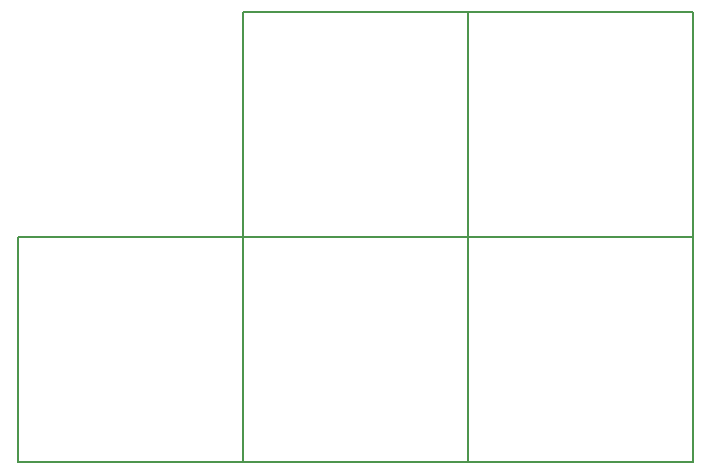
<source format=gbr>
%TF.GenerationSoftware,KiCad,Pcbnew,9.0.6*%
%TF.CreationDate,2026-01-21T21:59:35-06:00*%
%TF.ProjectId,test test,74657374-2074-4657-9374-2e6b69636164,rev?*%
%TF.SameCoordinates,Original*%
%TF.FileFunction,OtherDrawing,Comment*%
%FSLAX46Y46*%
G04 Gerber Fmt 4.6, Leading zero omitted, Abs format (unit mm)*
G04 Created by KiCad (PCBNEW 9.0.6) date 2026-01-21 21:59:35*
%MOMM*%
%LPD*%
G01*
G04 APERTURE LIST*
%ADD10C,0.150000*%
G04 APERTURE END LIST*
D10*
%TO.C,SW4*%
X102393800Y-95250000D02*
X121443800Y-95250000D01*
X102393800Y-114300000D02*
X102393800Y-95250000D01*
X121443800Y-95250000D02*
X121443800Y-114300000D01*
X121443800Y-114300000D02*
X102393800Y-114300000D01*
%TO.C,SW5*%
X64293800Y-95250000D02*
X83343800Y-95250000D01*
X64293800Y-114300000D02*
X64293800Y-95250000D01*
X83343800Y-95250000D02*
X83343800Y-114300000D01*
X83343800Y-114300000D02*
X64293800Y-114300000D01*
%TO.C,SW1*%
X83343800Y-76200000D02*
X102393800Y-76200000D01*
X83343800Y-95250000D02*
X83343800Y-76200000D01*
X102393800Y-76200000D02*
X102393800Y-95250000D01*
X102393800Y-95250000D02*
X83343800Y-95250000D01*
%TO.C,SW3*%
X83343800Y-95250000D02*
X102393800Y-95250000D01*
X83343800Y-114300000D02*
X83343800Y-95250000D01*
X102393800Y-95250000D02*
X102393800Y-114300000D01*
X102393800Y-114300000D02*
X83343800Y-114300000D01*
%TO.C,SW2*%
X102393800Y-76200000D02*
X121443800Y-76200000D01*
X102393800Y-95250000D02*
X102393800Y-76200000D01*
X121443800Y-76200000D02*
X121443800Y-95250000D01*
X121443800Y-95250000D02*
X102393800Y-95250000D01*
%TD*%
M02*

</source>
